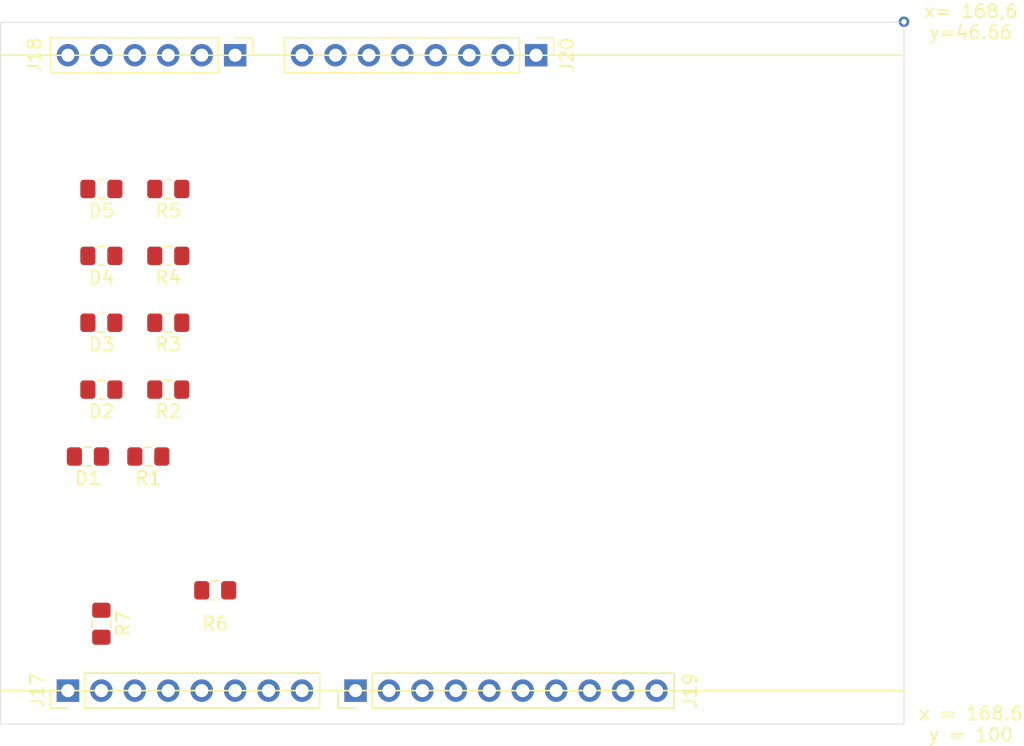
<source format=kicad_pcb>
(kicad_pcb (version 20171130) (host pcbnew "(5.1.5)-2")

  (general
    (thickness 1.6)
    (drawings 8)
    (tracks 1)
    (zones 0)
    (modules 16)
    (nets 36)
  )

  (page A4)
  (layers
    (0 F.Cu signal)
    (31 B.Cu signal)
    (32 B.Adhes user)
    (33 F.Adhes user)
    (34 B.Paste user)
    (35 F.Paste user)
    (36 B.SilkS user)
    (37 F.SilkS user)
    (38 B.Mask user)
    (39 F.Mask user)
    (40 Dwgs.User user)
    (41 Cmts.User user)
    (42 Eco1.User user)
    (43 Eco2.User user)
    (44 Edge.Cuts user)
    (45 Margin user)
    (46 B.CrtYd user hide)
    (47 F.CrtYd user hide)
    (48 B.Fab user hide)
    (49 F.Fab user hide)
  )

  (setup
    (last_trace_width 0.25)
    (trace_clearance 0.2)
    (zone_clearance 0.508)
    (zone_45_only no)
    (trace_min 0.2)
    (via_size 0.8)
    (via_drill 0.4)
    (via_min_size 0.4)
    (via_min_drill 0.3)
    (uvia_size 0.3)
    (uvia_drill 0.1)
    (uvias_allowed no)
    (uvia_min_size 0.2)
    (uvia_min_drill 0.1)
    (edge_width 0.05)
    (segment_width 0.2)
    (pcb_text_width 0.3)
    (pcb_text_size 1.5 1.5)
    (mod_edge_width 0.12)
    (mod_text_size 1 1)
    (mod_text_width 0.15)
    (pad_size 1.524 1.524)
    (pad_drill 0.762)
    (pad_to_mask_clearance 0.051)
    (solder_mask_min_width 0.25)
    (aux_axis_origin 0 0)
    (grid_origin 168.6 100)
    (visible_elements 7FFFFFFF)
    (pcbplotparams
      (layerselection 0x010fc_ffffffff)
      (usegerberextensions false)
      (usegerberattributes false)
      (usegerberadvancedattributes false)
      (creategerberjobfile false)
      (excludeedgelayer true)
      (linewidth 0.100000)
      (plotframeref false)
      (viasonmask false)
      (mode 1)
      (useauxorigin false)
      (hpglpennumber 1)
      (hpglpenspeed 20)
      (hpglpendiameter 15.000000)
      (psnegative false)
      (psa4output false)
      (plotreference true)
      (plotvalue true)
      (plotinvisibletext false)
      (padsonsilk false)
      (subtractmaskfromsilk false)
      (outputformat 1)
      (mirror false)
      (drillshape 1)
      (scaleselection 1)
      (outputdirectory ""))
  )

  (net 0 "")
  (net 1 SPI_LED_GPIO_AD_B0_09)
  (net 2 "Net-(D1-Pad1)")
  (net 3 I2C_LED_GPIO_AD_B0_07)
  (net 4 "Net-(D2-Pad1)")
  (net 5 SERIAL_LED_GPIO_AD_B0_06)
  (net 6 "Net-(D3-Pad1)")
  (net 7 TX_LED_GPIO_AD_B0_14)
  (net 8 "Net-(D4-Pad1)")
  (net 9 RX_LED_GPIO_AD_B1_06)
  (net 10 "Net-(D5-Pad1)")
  (net 11 "Net-(J17-Pad5)")
  (net 12 LPUART2_UARTTX_GPIO_AD_B1_08)
  (net 13 LPUART2_UARTRX_GPIO_AD_B1_09)
  (net 14 LPI2C1_SCL_GPIO_AD_B1_14)
  (net 15 LPI2C1_SDA_GPIO_AD_B1_15)
  (net 16 "Net-(J18-Pad4)")
  (net 17 "Net-(J18-Pad3)")
  (net 18 "Net-(J18-Pad2)")
  (net 19 "Net-(J18-Pad1)")
  (net 20 "Net-(J19-Pad10)")
  (net 21 "Net-(J19-Pad9)")
  (net 22 +3V3)
  (net 23 GND)
  (net 24 LPSPI_CLK_GPIO_AD_B0_10)
  (net 25 LPSPI_MISO_GPIO_AD_B0_13)
  (net 26 LPSPI_MOSI_GPIO_AD_B0_12)
  (net 27 LPSPI_CS_GPIO_AD_B0_11)
  (net 28 "Net-(J19-Pad2)")
  (net 29 "Net-(J19-Pad1)")
  (net 30 "Net-(J20-Pad8)")
  (net 31 "Net-(J20-Pad5)")
  (net 32 "Net-(J20-Pad3)")
  (net 33 "Net-(J20-Pad1)")
  (net 34 "Net-(R6-Pad1)")
  (net 35 "Net-(R7-Pad1)")

  (net_class Default "Questo è il gruppo di collegamenti predefinito"
    (clearance 0.2)
    (trace_width 0.25)
    (via_dia 0.8)
    (via_drill 0.4)
    (uvia_dia 0.3)
    (uvia_drill 0.1)
    (add_net +3V3)
    (add_net GND)
    (add_net I2C_LED_GPIO_AD_B0_07)
    (add_net LPI2C1_SCL_GPIO_AD_B1_14)
    (add_net LPI2C1_SDA_GPIO_AD_B1_15)
    (add_net LPSPI_CLK_GPIO_AD_B0_10)
    (add_net LPSPI_CS_GPIO_AD_B0_11)
    (add_net LPSPI_MISO_GPIO_AD_B0_13)
    (add_net LPSPI_MOSI_GPIO_AD_B0_12)
    (add_net LPUART2_UARTRX_GPIO_AD_B1_09)
    (add_net LPUART2_UARTTX_GPIO_AD_B1_08)
    (add_net "Net-(D1-Pad1)")
    (add_net "Net-(D2-Pad1)")
    (add_net "Net-(D3-Pad1)")
    (add_net "Net-(D4-Pad1)")
    (add_net "Net-(D5-Pad1)")
    (add_net "Net-(J17-Pad5)")
    (add_net "Net-(J18-Pad1)")
    (add_net "Net-(J18-Pad2)")
    (add_net "Net-(J18-Pad3)")
    (add_net "Net-(J18-Pad4)")
    (add_net "Net-(J19-Pad1)")
    (add_net "Net-(J19-Pad10)")
    (add_net "Net-(J19-Pad2)")
    (add_net "Net-(J19-Pad9)")
    (add_net "Net-(J20-Pad1)")
    (add_net "Net-(J20-Pad3)")
    (add_net "Net-(J20-Pad5)")
    (add_net "Net-(J20-Pad8)")
    (add_net "Net-(R6-Pad1)")
    (add_net "Net-(R7-Pad1)")
    (add_net RX_LED_GPIO_AD_B1_06)
    (add_net SERIAL_LED_GPIO_AD_B0_06)
    (add_net SPI_LED_GPIO_AD_B0_09)
    (add_net TX_LED_GPIO_AD_B0_14)
  )

  (module Resistor_SMD:R_0805_2012Metric_Pad1.15x1.40mm_HandSolder (layer F.Cu) (tedit 5B36C52B) (tstamp 608ECCA1)
    (at 107.64 92.38 270)
    (descr "Resistor SMD 0805 (2012 Metric), square (rectangular) end terminal, IPC_7351 nominal with elongated pad for handsoldering. (Body size source: https://docs.google.com/spreadsheets/d/1BsfQQcO9C6DZCsRaXUlFlo91Tg2WpOkGARC1WS5S8t0/edit?usp=sharing), generated with kicad-footprint-generator")
    (tags "resistor handsolder")
    (path /608EE109)
    (attr smd)
    (fp_text reference R7 (at 0 -1.65 90) (layer F.SilkS)
      (effects (font (size 1 1) (thickness 0.15)))
    )
    (fp_text value 100R (at 0 1.65 90) (layer F.Fab)
      (effects (font (size 1 1) (thickness 0.15)))
    )
    (fp_text user %R (at 0 0 90) (layer F.Fab)
      (effects (font (size 0.5 0.5) (thickness 0.08)))
    )
    (fp_line (start 1.85 0.95) (end -1.85 0.95) (layer F.CrtYd) (width 0.05))
    (fp_line (start 1.85 -0.95) (end 1.85 0.95) (layer F.CrtYd) (width 0.05))
    (fp_line (start -1.85 -0.95) (end 1.85 -0.95) (layer F.CrtYd) (width 0.05))
    (fp_line (start -1.85 0.95) (end -1.85 -0.95) (layer F.CrtYd) (width 0.05))
    (fp_line (start -0.261252 0.71) (end 0.261252 0.71) (layer F.SilkS) (width 0.12))
    (fp_line (start -0.261252 -0.71) (end 0.261252 -0.71) (layer F.SilkS) (width 0.12))
    (fp_line (start 1 0.6) (end -1 0.6) (layer F.Fab) (width 0.1))
    (fp_line (start 1 -0.6) (end 1 0.6) (layer F.Fab) (width 0.1))
    (fp_line (start -1 -0.6) (end 1 -0.6) (layer F.Fab) (width 0.1))
    (fp_line (start -1 0.6) (end -1 -0.6) (layer F.Fab) (width 0.1))
    (pad 2 smd roundrect (at 1.025 0 270) (size 1.15 1.4) (layers F.Cu F.Paste F.Mask) (roundrect_rratio 0.217391)
      (net 12 LPUART2_UARTTX_GPIO_AD_B1_08))
    (pad 1 smd roundrect (at -1.025 0 270) (size 1.15 1.4) (layers F.Cu F.Paste F.Mask) (roundrect_rratio 0.217391)
      (net 35 "Net-(R7-Pad1)"))
    (model ${KISYS3DMOD}/Resistor_SMD.3dshapes/R_0805_2012Metric.wrl
      (at (xyz 0 0 0))
      (scale (xyz 1 1 1))
      (rotate (xyz 0 0 0))
    )
  )

  (module Resistor_SMD:R_0805_2012Metric_Pad1.15x1.40mm_HandSolder (layer F.Cu) (tedit 5B36C52B) (tstamp 608ECC90)
    (at 116.285 89.84)
    (descr "Resistor SMD 0805 (2012 Metric), square (rectangular) end terminal, IPC_7351 nominal with elongated pad for handsoldering. (Body size source: https://docs.google.com/spreadsheets/d/1BsfQQcO9C6DZCsRaXUlFlo91Tg2WpOkGARC1WS5S8t0/edit?usp=sharing), generated with kicad-footprint-generator")
    (tags "resistor handsolder")
    (path /608EDB4E)
    (attr smd)
    (fp_text reference R6 (at 0 2.54) (layer F.SilkS)
      (effects (font (size 1 1) (thickness 0.15)))
    )
    (fp_text value 100R (at 0 1.65) (layer F.Fab)
      (effects (font (size 1 1) (thickness 0.15)))
    )
    (fp_text user %R (at 0 0) (layer F.Fab)
      (effects (font (size 0.5 0.5) (thickness 0.08)))
    )
    (fp_line (start 1.85 0.95) (end -1.85 0.95) (layer F.CrtYd) (width 0.05))
    (fp_line (start 1.85 -0.95) (end 1.85 0.95) (layer F.CrtYd) (width 0.05))
    (fp_line (start -1.85 -0.95) (end 1.85 -0.95) (layer F.CrtYd) (width 0.05))
    (fp_line (start -1.85 0.95) (end -1.85 -0.95) (layer F.CrtYd) (width 0.05))
    (fp_line (start -0.261252 0.71) (end 0.261252 0.71) (layer F.SilkS) (width 0.12))
    (fp_line (start -0.261252 -0.71) (end 0.261252 -0.71) (layer F.SilkS) (width 0.12))
    (fp_line (start 1 0.6) (end -1 0.6) (layer F.Fab) (width 0.1))
    (fp_line (start 1 -0.6) (end 1 0.6) (layer F.Fab) (width 0.1))
    (fp_line (start -1 -0.6) (end 1 -0.6) (layer F.Fab) (width 0.1))
    (fp_line (start -1 0.6) (end -1 -0.6) (layer F.Fab) (width 0.1))
    (pad 2 smd roundrect (at 1.025 0) (size 1.15 1.4) (layers F.Cu F.Paste F.Mask) (roundrect_rratio 0.217391)
      (net 12 LPUART2_UARTTX_GPIO_AD_B1_08))
    (pad 1 smd roundrect (at -1.025 0) (size 1.15 1.4) (layers F.Cu F.Paste F.Mask) (roundrect_rratio 0.217391)
      (net 34 "Net-(R6-Pad1)"))
    (model ${KISYS3DMOD}/Resistor_SMD.3dshapes/R_0805_2012Metric.wrl
      (at (xyz 0 0 0))
      (scale (xyz 1 1 1))
      (rotate (xyz 0 0 0))
    )
  )

  (module Resistor_SMD:R_0805_2012Metric_Pad1.15x1.40mm_HandSolder (layer F.Cu) (tedit 5B36C52B) (tstamp 608ECC7F)
    (at 112.72 59.36 180)
    (descr "Resistor SMD 0805 (2012 Metric), square (rectangular) end terminal, IPC_7351 nominal with elongated pad for handsoldering. (Body size source: https://docs.google.com/spreadsheets/d/1BsfQQcO9C6DZCsRaXUlFlo91Tg2WpOkGARC1WS5S8t0/edit?usp=sharing), generated with kicad-footprint-generator")
    (tags "resistor handsolder")
    (path /608EDBB4)
    (attr smd)
    (fp_text reference R5 (at 0 -1.65) (layer F.SilkS)
      (effects (font (size 1 1) (thickness 0.15)))
    )
    (fp_text value 1K (at 0 1.65) (layer F.Fab)
      (effects (font (size 1 1) (thickness 0.15)))
    )
    (fp_text user %R (at 0 0) (layer F.Fab)
      (effects (font (size 0.5 0.5) (thickness 0.08)))
    )
    (fp_line (start 1.85 0.95) (end -1.85 0.95) (layer F.CrtYd) (width 0.05))
    (fp_line (start 1.85 -0.95) (end 1.85 0.95) (layer F.CrtYd) (width 0.05))
    (fp_line (start -1.85 -0.95) (end 1.85 -0.95) (layer F.CrtYd) (width 0.05))
    (fp_line (start -1.85 0.95) (end -1.85 -0.95) (layer F.CrtYd) (width 0.05))
    (fp_line (start -0.261252 0.71) (end 0.261252 0.71) (layer F.SilkS) (width 0.12))
    (fp_line (start -0.261252 -0.71) (end 0.261252 -0.71) (layer F.SilkS) (width 0.12))
    (fp_line (start 1 0.6) (end -1 0.6) (layer F.Fab) (width 0.1))
    (fp_line (start 1 -0.6) (end 1 0.6) (layer F.Fab) (width 0.1))
    (fp_line (start -1 -0.6) (end 1 -0.6) (layer F.Fab) (width 0.1))
    (fp_line (start -1 0.6) (end -1 -0.6) (layer F.Fab) (width 0.1))
    (pad 2 smd roundrect (at 1.025 0 180) (size 1.15 1.4) (layers F.Cu F.Paste F.Mask) (roundrect_rratio 0.217391)
      (net 10 "Net-(D5-Pad1)"))
    (pad 1 smd roundrect (at -1.025 0 180) (size 1.15 1.4) (layers F.Cu F.Paste F.Mask) (roundrect_rratio 0.217391)
      (net 23 GND))
    (model ${KISYS3DMOD}/Resistor_SMD.3dshapes/R_0805_2012Metric.wrl
      (at (xyz 0 0 0))
      (scale (xyz 1 1 1))
      (rotate (xyz 0 0 0))
    )
  )

  (module Resistor_SMD:R_0805_2012Metric_Pad1.15x1.40mm_HandSolder (layer F.Cu) (tedit 5B36C52B) (tstamp 608ECC6E)
    (at 112.72 64.44 180)
    (descr "Resistor SMD 0805 (2012 Metric), square (rectangular) end terminal, IPC_7351 nominal with elongated pad for handsoldering. (Body size source: https://docs.google.com/spreadsheets/d/1BsfQQcO9C6DZCsRaXUlFlo91Tg2WpOkGARC1WS5S8t0/edit?usp=sharing), generated with kicad-footprint-generator")
    (tags "resistor handsolder")
    (path /608ED66C)
    (attr smd)
    (fp_text reference R4 (at 0 -1.65) (layer F.SilkS)
      (effects (font (size 1 1) (thickness 0.15)))
    )
    (fp_text value 1K (at 0 1.65) (layer F.Fab)
      (effects (font (size 1 1) (thickness 0.15)))
    )
    (fp_text user %R (at 0 0) (layer F.Fab)
      (effects (font (size 0.5 0.5) (thickness 0.08)))
    )
    (fp_line (start 1.85 0.95) (end -1.85 0.95) (layer F.CrtYd) (width 0.05))
    (fp_line (start 1.85 -0.95) (end 1.85 0.95) (layer F.CrtYd) (width 0.05))
    (fp_line (start -1.85 -0.95) (end 1.85 -0.95) (layer F.CrtYd) (width 0.05))
    (fp_line (start -1.85 0.95) (end -1.85 -0.95) (layer F.CrtYd) (width 0.05))
    (fp_line (start -0.261252 0.71) (end 0.261252 0.71) (layer F.SilkS) (width 0.12))
    (fp_line (start -0.261252 -0.71) (end 0.261252 -0.71) (layer F.SilkS) (width 0.12))
    (fp_line (start 1 0.6) (end -1 0.6) (layer F.Fab) (width 0.1))
    (fp_line (start 1 -0.6) (end 1 0.6) (layer F.Fab) (width 0.1))
    (fp_line (start -1 -0.6) (end 1 -0.6) (layer F.Fab) (width 0.1))
    (fp_line (start -1 0.6) (end -1 -0.6) (layer F.Fab) (width 0.1))
    (pad 2 smd roundrect (at 1.025 0 180) (size 1.15 1.4) (layers F.Cu F.Paste F.Mask) (roundrect_rratio 0.217391)
      (net 8 "Net-(D4-Pad1)"))
    (pad 1 smd roundrect (at -1.025 0 180) (size 1.15 1.4) (layers F.Cu F.Paste F.Mask) (roundrect_rratio 0.217391)
      (net 23 GND))
    (model ${KISYS3DMOD}/Resistor_SMD.3dshapes/R_0805_2012Metric.wrl
      (at (xyz 0 0 0))
      (scale (xyz 1 1 1))
      (rotate (xyz 0 0 0))
    )
  )

  (module Resistor_SMD:R_0805_2012Metric_Pad1.15x1.40mm_HandSolder (layer F.Cu) (tedit 5B36C52B) (tstamp 608ECC5D)
    (at 112.72 69.52 180)
    (descr "Resistor SMD 0805 (2012 Metric), square (rectangular) end terminal, IPC_7351 nominal with elongated pad for handsoldering. (Body size source: https://docs.google.com/spreadsheets/d/1BsfQQcO9C6DZCsRaXUlFlo91Tg2WpOkGARC1WS5S8t0/edit?usp=sharing), generated with kicad-footprint-generator")
    (tags "resistor handsolder")
    (path /608ED048)
    (attr smd)
    (fp_text reference R3 (at 0 -1.65) (layer F.SilkS)
      (effects (font (size 1 1) (thickness 0.15)))
    )
    (fp_text value 1K (at 0 1.65) (layer F.Fab)
      (effects (font (size 1 1) (thickness 0.15)))
    )
    (fp_text user %R (at 0 0) (layer F.Fab)
      (effects (font (size 0.5 0.5) (thickness 0.08)))
    )
    (fp_line (start 1.85 0.95) (end -1.85 0.95) (layer F.CrtYd) (width 0.05))
    (fp_line (start 1.85 -0.95) (end 1.85 0.95) (layer F.CrtYd) (width 0.05))
    (fp_line (start -1.85 -0.95) (end 1.85 -0.95) (layer F.CrtYd) (width 0.05))
    (fp_line (start -1.85 0.95) (end -1.85 -0.95) (layer F.CrtYd) (width 0.05))
    (fp_line (start -0.261252 0.71) (end 0.261252 0.71) (layer F.SilkS) (width 0.12))
    (fp_line (start -0.261252 -0.71) (end 0.261252 -0.71) (layer F.SilkS) (width 0.12))
    (fp_line (start 1 0.6) (end -1 0.6) (layer F.Fab) (width 0.1))
    (fp_line (start 1 -0.6) (end 1 0.6) (layer F.Fab) (width 0.1))
    (fp_line (start -1 -0.6) (end 1 -0.6) (layer F.Fab) (width 0.1))
    (fp_line (start -1 0.6) (end -1 -0.6) (layer F.Fab) (width 0.1))
    (pad 2 smd roundrect (at 1.025 0 180) (size 1.15 1.4) (layers F.Cu F.Paste F.Mask) (roundrect_rratio 0.217391)
      (net 6 "Net-(D3-Pad1)"))
    (pad 1 smd roundrect (at -1.025 0 180) (size 1.15 1.4) (layers F.Cu F.Paste F.Mask) (roundrect_rratio 0.217391)
      (net 23 GND))
    (model ${KISYS3DMOD}/Resistor_SMD.3dshapes/R_0805_2012Metric.wrl
      (at (xyz 0 0 0))
      (scale (xyz 1 1 1))
      (rotate (xyz 0 0 0))
    )
  )

  (module Resistor_SMD:R_0805_2012Metric_Pad1.15x1.40mm_HandSolder (layer F.Cu) (tedit 5B36C52B) (tstamp 608ECC4C)
    (at 112.72 74.6 180)
    (descr "Resistor SMD 0805 (2012 Metric), square (rectangular) end terminal, IPC_7351 nominal with elongated pad for handsoldering. (Body size source: https://docs.google.com/spreadsheets/d/1BsfQQcO9C6DZCsRaXUlFlo91Tg2WpOkGARC1WS5S8t0/edit?usp=sharing), generated with kicad-footprint-generator")
    (tags "resistor handsolder")
    (path /608ECB4C)
    (attr smd)
    (fp_text reference R2 (at 0 -1.65) (layer F.SilkS)
      (effects (font (size 1 1) (thickness 0.15)))
    )
    (fp_text value 1K (at 0 1.65) (layer F.Fab)
      (effects (font (size 1 1) (thickness 0.15)))
    )
    (fp_text user %R (at 0 0) (layer F.Fab)
      (effects (font (size 0.5 0.5) (thickness 0.08)))
    )
    (fp_line (start 1.85 0.95) (end -1.85 0.95) (layer F.CrtYd) (width 0.05))
    (fp_line (start 1.85 -0.95) (end 1.85 0.95) (layer F.CrtYd) (width 0.05))
    (fp_line (start -1.85 -0.95) (end 1.85 -0.95) (layer F.CrtYd) (width 0.05))
    (fp_line (start -1.85 0.95) (end -1.85 -0.95) (layer F.CrtYd) (width 0.05))
    (fp_line (start -0.261252 0.71) (end 0.261252 0.71) (layer F.SilkS) (width 0.12))
    (fp_line (start -0.261252 -0.71) (end 0.261252 -0.71) (layer F.SilkS) (width 0.12))
    (fp_line (start 1 0.6) (end -1 0.6) (layer F.Fab) (width 0.1))
    (fp_line (start 1 -0.6) (end 1 0.6) (layer F.Fab) (width 0.1))
    (fp_line (start -1 -0.6) (end 1 -0.6) (layer F.Fab) (width 0.1))
    (fp_line (start -1 0.6) (end -1 -0.6) (layer F.Fab) (width 0.1))
    (pad 2 smd roundrect (at 1.025 0 180) (size 1.15 1.4) (layers F.Cu F.Paste F.Mask) (roundrect_rratio 0.217391)
      (net 4 "Net-(D2-Pad1)"))
    (pad 1 smd roundrect (at -1.025 0 180) (size 1.15 1.4) (layers F.Cu F.Paste F.Mask) (roundrect_rratio 0.217391)
      (net 23 GND))
    (model ${KISYS3DMOD}/Resistor_SMD.3dshapes/R_0805_2012Metric.wrl
      (at (xyz 0 0 0))
      (scale (xyz 1 1 1))
      (rotate (xyz 0 0 0))
    )
  )

  (module Resistor_SMD:R_0805_2012Metric_Pad1.15x1.40mm_HandSolder (layer F.Cu) (tedit 5B36C52B) (tstamp 608ECC3B)
    (at 111.205 79.68 180)
    (descr "Resistor SMD 0805 (2012 Metric), square (rectangular) end terminal, IPC_7351 nominal with elongated pad for handsoldering. (Body size source: https://docs.google.com/spreadsheets/d/1BsfQQcO9C6DZCsRaXUlFlo91Tg2WpOkGARC1WS5S8t0/edit?usp=sharing), generated with kicad-footprint-generator")
    (tags "resistor handsolder")
    (path /608EC42F)
    (attr smd)
    (fp_text reference R1 (at 0 -1.65) (layer F.SilkS)
      (effects (font (size 1 1) (thickness 0.15)))
    )
    (fp_text value 1K (at 0 1.65) (layer F.Fab)
      (effects (font (size 1 1) (thickness 0.15)))
    )
    (fp_text user %R (at 0 0) (layer F.Fab)
      (effects (font (size 0.5 0.5) (thickness 0.08)))
    )
    (fp_line (start 1.85 0.95) (end -1.85 0.95) (layer F.CrtYd) (width 0.05))
    (fp_line (start 1.85 -0.95) (end 1.85 0.95) (layer F.CrtYd) (width 0.05))
    (fp_line (start -1.85 -0.95) (end 1.85 -0.95) (layer F.CrtYd) (width 0.05))
    (fp_line (start -1.85 0.95) (end -1.85 -0.95) (layer F.CrtYd) (width 0.05))
    (fp_line (start -0.261252 0.71) (end 0.261252 0.71) (layer F.SilkS) (width 0.12))
    (fp_line (start -0.261252 -0.71) (end 0.261252 -0.71) (layer F.SilkS) (width 0.12))
    (fp_line (start 1 0.6) (end -1 0.6) (layer F.Fab) (width 0.1))
    (fp_line (start 1 -0.6) (end 1 0.6) (layer F.Fab) (width 0.1))
    (fp_line (start -1 -0.6) (end 1 -0.6) (layer F.Fab) (width 0.1))
    (fp_line (start -1 0.6) (end -1 -0.6) (layer F.Fab) (width 0.1))
    (pad 2 smd roundrect (at 1.025 0 180) (size 1.15 1.4) (layers F.Cu F.Paste F.Mask) (roundrect_rratio 0.217391)
      (net 2 "Net-(D1-Pad1)"))
    (pad 1 smd roundrect (at -1.025 0 180) (size 1.15 1.4) (layers F.Cu F.Paste F.Mask) (roundrect_rratio 0.217391)
      (net 23 GND))
    (model ${KISYS3DMOD}/Resistor_SMD.3dshapes/R_0805_2012Metric.wrl
      (at (xyz 0 0 0))
      (scale (xyz 1 1 1))
      (rotate (xyz 0 0 0))
    )
  )

  (module Connector_PinHeader_2.54mm:PinHeader_1x08_P2.54mm_Vertical locked (layer F.Cu) (tedit 59FED5CC) (tstamp 608ECC2A)
    (at 140.66 49.2 270)
    (descr "Through hole straight pin header, 1x08, 2.54mm pitch, single row")
    (tags "Through hole pin header THT 1x08 2.54mm single row")
    (path /608D7A49)
    (fp_text reference J20 (at 0 -2.33 90) (layer F.SilkS)
      (effects (font (size 1 1) (thickness 0.15)))
    )
    (fp_text value Conn_01x08 (at 0 20.11 90) (layer F.Fab)
      (effects (font (size 1 1) (thickness 0.15)))
    )
    (fp_text user %R (at 0 8.89) (layer F.Fab)
      (effects (font (size 1 1) (thickness 0.15)))
    )
    (fp_line (start 1.8 -1.8) (end -1.8 -1.8) (layer F.CrtYd) (width 0.05))
    (fp_line (start 1.8 19.55) (end 1.8 -1.8) (layer F.CrtYd) (width 0.05))
    (fp_line (start -1.8 19.55) (end 1.8 19.55) (layer F.CrtYd) (width 0.05))
    (fp_line (start -1.8 -1.8) (end -1.8 19.55) (layer F.CrtYd) (width 0.05))
    (fp_line (start -1.33 -1.33) (end 0 -1.33) (layer F.SilkS) (width 0.12))
    (fp_line (start -1.33 0) (end -1.33 -1.33) (layer F.SilkS) (width 0.12))
    (fp_line (start -1.33 1.27) (end 1.33 1.27) (layer F.SilkS) (width 0.12))
    (fp_line (start 1.33 1.27) (end 1.33 19.11) (layer F.SilkS) (width 0.12))
    (fp_line (start -1.33 1.27) (end -1.33 19.11) (layer F.SilkS) (width 0.12))
    (fp_line (start -1.33 19.11) (end 1.33 19.11) (layer F.SilkS) (width 0.12))
    (fp_line (start -1.27 -0.635) (end -0.635 -1.27) (layer F.Fab) (width 0.1))
    (fp_line (start -1.27 19.05) (end -1.27 -0.635) (layer F.Fab) (width 0.1))
    (fp_line (start 1.27 19.05) (end -1.27 19.05) (layer F.Fab) (width 0.1))
    (fp_line (start 1.27 -1.27) (end 1.27 19.05) (layer F.Fab) (width 0.1))
    (fp_line (start -0.635 -1.27) (end 1.27 -1.27) (layer F.Fab) (width 0.1))
    (pad 8 thru_hole oval (at 0 17.78 270) (size 1.7 1.7) (drill 1) (layers *.Cu *.Mask)
      (net 30 "Net-(J20-Pad8)"))
    (pad 7 thru_hole oval (at 0 15.24 270) (size 1.7 1.7) (drill 1) (layers *.Cu *.Mask)
      (net 23 GND))
    (pad 6 thru_hole oval (at 0 12.7 270) (size 1.7 1.7) (drill 1) (layers *.Cu *.Mask)
      (net 23 GND))
    (pad 5 thru_hole oval (at 0 10.16 270) (size 1.7 1.7) (drill 1) (layers *.Cu *.Mask)
      (net 31 "Net-(J20-Pad5)"))
    (pad 4 thru_hole oval (at 0 7.62 270) (size 1.7 1.7) (drill 1) (layers *.Cu *.Mask)
      (net 22 +3V3))
    (pad 3 thru_hole oval (at 0 5.08 270) (size 1.7 1.7) (drill 1) (layers *.Cu *.Mask)
      (net 32 "Net-(J20-Pad3)"))
    (pad 2 thru_hole oval (at 0 2.54 270) (size 1.7 1.7) (drill 1) (layers *.Cu *.Mask)
      (net 22 +3V3))
    (pad 1 thru_hole rect (at 0 0 270) (size 1.7 1.7) (drill 1) (layers *.Cu *.Mask)
      (net 33 "Net-(J20-Pad1)"))
    (model ${KISYS3DMOD}/Connector_PinHeader_2.54mm.3dshapes/PinHeader_1x08_P2.54mm_Vertical.wrl
      (at (xyz 0 0 0))
      (scale (xyz 1 1 1))
      (rotate (xyz 0 0 0))
    )
  )

  (module Connector_PinHeader_2.54mm:PinHeader_1x10_P2.54mm_Vertical locked (layer F.Cu) (tedit 59FED5CC) (tstamp 608ECC0E)
    (at 126.944 97.46 90)
    (descr "Through hole straight pin header, 1x10, 2.54mm pitch, single row")
    (tags "Through hole pin header THT 1x10 2.54mm single row")
    (path /608D662F)
    (fp_text reference J19 (at 0 25.4 90) (layer F.SilkS)
      (effects (font (size 1 1) (thickness 0.15)))
    )
    (fp_text value Conn_01x10 (at 0 25.19 90) (layer F.Fab)
      (effects (font (size 1 1) (thickness 0.15)))
    )
    (fp_text user %R (at 0 11.43) (layer F.Fab)
      (effects (font (size 1 1) (thickness 0.15)))
    )
    (fp_line (start 1.8 -1.8) (end -1.8 -1.8) (layer F.CrtYd) (width 0.05))
    (fp_line (start 1.8 24.65) (end 1.8 -1.8) (layer F.CrtYd) (width 0.05))
    (fp_line (start -1.8 24.65) (end 1.8 24.65) (layer F.CrtYd) (width 0.05))
    (fp_line (start -1.8 -1.8) (end -1.8 24.65) (layer F.CrtYd) (width 0.05))
    (fp_line (start -1.33 -1.33) (end 0 -1.33) (layer F.SilkS) (width 0.12))
    (fp_line (start -1.33 0) (end -1.33 -1.33) (layer F.SilkS) (width 0.12))
    (fp_line (start -1.33 1.27) (end 1.33 1.27) (layer F.SilkS) (width 0.12))
    (fp_line (start 1.33 1.27) (end 1.33 24.19) (layer F.SilkS) (width 0.12))
    (fp_line (start -1.33 1.27) (end -1.33 24.19) (layer F.SilkS) (width 0.12))
    (fp_line (start -1.33 24.19) (end 1.33 24.19) (layer F.SilkS) (width 0.12))
    (fp_line (start -1.27 -0.635) (end -0.635 -1.27) (layer F.Fab) (width 0.1))
    (fp_line (start -1.27 24.13) (end -1.27 -0.635) (layer F.Fab) (width 0.1))
    (fp_line (start 1.27 24.13) (end -1.27 24.13) (layer F.Fab) (width 0.1))
    (fp_line (start 1.27 -1.27) (end 1.27 24.13) (layer F.Fab) (width 0.1))
    (fp_line (start -0.635 -1.27) (end 1.27 -1.27) (layer F.Fab) (width 0.1))
    (pad 10 thru_hole oval (at 0 22.86 90) (size 1.7 1.7) (drill 1) (layers *.Cu *.Mask)
      (net 20 "Net-(J19-Pad10)"))
    (pad 9 thru_hole oval (at 0 20.32 90) (size 1.7 1.7) (drill 1) (layers *.Cu *.Mask)
      (net 21 "Net-(J19-Pad9)"))
    (pad 8 thru_hole oval (at 0 17.78 90) (size 1.7 1.7) (drill 1) (layers *.Cu *.Mask)
      (net 22 +3V3))
    (pad 7 thru_hole oval (at 0 15.24 90) (size 1.7 1.7) (drill 1) (layers *.Cu *.Mask)
      (net 23 GND))
    (pad 6 thru_hole oval (at 0 12.7 90) (size 1.7 1.7) (drill 1) (layers *.Cu *.Mask)
      (net 24 LPSPI_CLK_GPIO_AD_B0_10))
    (pad 5 thru_hole oval (at 0 10.16 90) (size 1.7 1.7) (drill 1) (layers *.Cu *.Mask)
      (net 25 LPSPI_MISO_GPIO_AD_B0_13))
    (pad 4 thru_hole oval (at 0 7.62 90) (size 1.7 1.7) (drill 1) (layers *.Cu *.Mask)
      (net 26 LPSPI_MOSI_GPIO_AD_B0_12))
    (pad 3 thru_hole oval (at 0 5.08 90) (size 1.7 1.7) (drill 1) (layers *.Cu *.Mask)
      (net 27 LPSPI_CS_GPIO_AD_B0_11))
    (pad 2 thru_hole oval (at 0 2.54 90) (size 1.7 1.7) (drill 1) (layers *.Cu *.Mask)
      (net 28 "Net-(J19-Pad2)"))
    (pad 1 thru_hole rect (at 0 0 90) (size 1.7 1.7) (drill 1) (layers *.Cu *.Mask)
      (net 29 "Net-(J19-Pad1)"))
    (model ${KISYS3DMOD}/Connector_PinHeader_2.54mm.3dshapes/PinHeader_1x10_P2.54mm_Vertical.wrl
      (at (xyz 0 0 0))
      (scale (xyz 1 1 1))
      (rotate (xyz 0 0 0))
    )
  )

  (module Connector_PinHeader_2.54mm:PinHeader_1x06_P2.54mm_Vertical locked (layer F.Cu) (tedit 59FED5CC) (tstamp 608ECBF0)
    (at 117.8 49.2 270)
    (descr "Through hole straight pin header, 1x06, 2.54mm pitch, single row")
    (tags "Through hole pin header THT 1x06 2.54mm single row")
    (path /608D6E62)
    (fp_text reference J18 (at 0 15.24 90) (layer F.SilkS)
      (effects (font (size 1 1) (thickness 0.15)))
    )
    (fp_text value Conn_01x06 (at 0 15.03 90) (layer F.Fab)
      (effects (font (size 1 1) (thickness 0.15)))
    )
    (fp_text user %R (at 0 6.35) (layer F.Fab)
      (effects (font (size 1 1) (thickness 0.15)))
    )
    (fp_line (start 1.8 -1.8) (end -1.8 -1.8) (layer F.CrtYd) (width 0.05))
    (fp_line (start 1.8 14.5) (end 1.8 -1.8) (layer F.CrtYd) (width 0.05))
    (fp_line (start -1.8 14.5) (end 1.8 14.5) (layer F.CrtYd) (width 0.05))
    (fp_line (start -1.8 -1.8) (end -1.8 14.5) (layer F.CrtYd) (width 0.05))
    (fp_line (start -1.33 -1.33) (end 0 -1.33) (layer F.SilkS) (width 0.12))
    (fp_line (start -1.33 0) (end -1.33 -1.33) (layer F.SilkS) (width 0.12))
    (fp_line (start -1.33 1.27) (end 1.33 1.27) (layer F.SilkS) (width 0.12))
    (fp_line (start 1.33 1.27) (end 1.33 14.03) (layer F.SilkS) (width 0.12))
    (fp_line (start -1.33 1.27) (end -1.33 14.03) (layer F.SilkS) (width 0.12))
    (fp_line (start -1.33 14.03) (end 1.33 14.03) (layer F.SilkS) (width 0.12))
    (fp_line (start -1.27 -0.635) (end -0.635 -1.27) (layer F.Fab) (width 0.1))
    (fp_line (start -1.27 13.97) (end -1.27 -0.635) (layer F.Fab) (width 0.1))
    (fp_line (start 1.27 13.97) (end -1.27 13.97) (layer F.Fab) (width 0.1))
    (fp_line (start 1.27 -1.27) (end 1.27 13.97) (layer F.Fab) (width 0.1))
    (fp_line (start -0.635 -1.27) (end 1.27 -1.27) (layer F.Fab) (width 0.1))
    (pad 6 thru_hole oval (at 0 12.7 270) (size 1.7 1.7) (drill 1) (layers *.Cu *.Mask)
      (net 14 LPI2C1_SCL_GPIO_AD_B1_14))
    (pad 5 thru_hole oval (at 0 10.16 270) (size 1.7 1.7) (drill 1) (layers *.Cu *.Mask)
      (net 15 LPI2C1_SDA_GPIO_AD_B1_15))
    (pad 4 thru_hole oval (at 0 7.62 270) (size 1.7 1.7) (drill 1) (layers *.Cu *.Mask)
      (net 16 "Net-(J18-Pad4)"))
    (pad 3 thru_hole oval (at 0 5.08 270) (size 1.7 1.7) (drill 1) (layers *.Cu *.Mask)
      (net 17 "Net-(J18-Pad3)"))
    (pad 2 thru_hole oval (at 0 2.54 270) (size 1.7 1.7) (drill 1) (layers *.Cu *.Mask)
      (net 18 "Net-(J18-Pad2)"))
    (pad 1 thru_hole rect (at 0 0 270) (size 1.7 1.7) (drill 1) (layers *.Cu *.Mask)
      (net 19 "Net-(J18-Pad1)"))
    (model ${KISYS3DMOD}/Connector_PinHeader_2.54mm.3dshapes/PinHeader_1x06_P2.54mm_Vertical.wrl
      (at (xyz 0 0 0))
      (scale (xyz 1 1 1))
      (rotate (xyz 0 0 0))
    )
  )

  (module Connector_PinHeader_2.54mm:PinHeader_1x08_P2.54mm_Vertical locked (layer F.Cu) (tedit 59FED5CC) (tstamp 608ECBD6)
    (at 105.1 97.46 90)
    (descr "Through hole straight pin header, 1x08, 2.54mm pitch, single row")
    (tags "Through hole pin header THT 1x08 2.54mm single row")
    (path /608D4AFA)
    (fp_text reference J17 (at 0 -2.33 90) (layer F.SilkS)
      (effects (font (size 1 1) (thickness 0.15)))
    )
    (fp_text value Conn_01x08 (at 0 20.11 90) (layer F.Fab)
      (effects (font (size 1 1) (thickness 0.15)))
    )
    (fp_text user %R (at 0 8.89) (layer F.Fab)
      (effects (font (size 1 1) (thickness 0.15)))
    )
    (fp_line (start 1.8 -1.8) (end -1.8 -1.8) (layer F.CrtYd) (width 0.05))
    (fp_line (start 1.8 19.55) (end 1.8 -1.8) (layer F.CrtYd) (width 0.05))
    (fp_line (start -1.8 19.55) (end 1.8 19.55) (layer F.CrtYd) (width 0.05))
    (fp_line (start -1.8 -1.8) (end -1.8 19.55) (layer F.CrtYd) (width 0.05))
    (fp_line (start -1.33 -1.33) (end 0 -1.33) (layer F.SilkS) (width 0.12))
    (fp_line (start -1.33 0) (end -1.33 -1.33) (layer F.SilkS) (width 0.12))
    (fp_line (start -1.33 1.27) (end 1.33 1.27) (layer F.SilkS) (width 0.12))
    (fp_line (start 1.33 1.27) (end 1.33 19.11) (layer F.SilkS) (width 0.12))
    (fp_line (start -1.33 1.27) (end -1.33 19.11) (layer F.SilkS) (width 0.12))
    (fp_line (start -1.33 19.11) (end 1.33 19.11) (layer F.SilkS) (width 0.12))
    (fp_line (start -1.27 -0.635) (end -0.635 -1.27) (layer F.Fab) (width 0.1))
    (fp_line (start -1.27 19.05) (end -1.27 -0.635) (layer F.Fab) (width 0.1))
    (fp_line (start 1.27 19.05) (end -1.27 19.05) (layer F.Fab) (width 0.1))
    (fp_line (start 1.27 -1.27) (end 1.27 19.05) (layer F.Fab) (width 0.1))
    (fp_line (start -0.635 -1.27) (end 1.27 -1.27) (layer F.Fab) (width 0.1))
    (pad 8 thru_hole oval (at 0 17.78 90) (size 1.7 1.7) (drill 1) (layers *.Cu *.Mask)
      (net 9 RX_LED_GPIO_AD_B1_06))
    (pad 7 thru_hole oval (at 0 15.24 90) (size 1.7 1.7) (drill 1) (layers *.Cu *.Mask)
      (net 7 TX_LED_GPIO_AD_B0_14))
    (pad 6 thru_hole oval (at 0 12.7 90) (size 1.7 1.7) (drill 1) (layers *.Cu *.Mask)
      (net 5 SERIAL_LED_GPIO_AD_B0_06))
    (pad 5 thru_hole oval (at 0 10.16 90) (size 1.7 1.7) (drill 1) (layers *.Cu *.Mask)
      (net 11 "Net-(J17-Pad5)"))
    (pad 4 thru_hole oval (at 0 7.62 90) (size 1.7 1.7) (drill 1) (layers *.Cu *.Mask)
      (net 3 I2C_LED_GPIO_AD_B0_07))
    (pad 3 thru_hole oval (at 0 5.08 90) (size 1.7 1.7) (drill 1) (layers *.Cu *.Mask)
      (net 1 SPI_LED_GPIO_AD_B0_09))
    (pad 2 thru_hole oval (at 0 2.54 90) (size 1.7 1.7) (drill 1) (layers *.Cu *.Mask)
      (net 12 LPUART2_UARTTX_GPIO_AD_B1_08))
    (pad 1 thru_hole rect (at 0 0 90) (size 1.7 1.7) (drill 1) (layers *.Cu *.Mask)
      (net 13 LPUART2_UARTRX_GPIO_AD_B1_09))
    (model ${KISYS3DMOD}/Connector_PinHeader_2.54mm.3dshapes/PinHeader_1x08_P2.54mm_Vertical.wrl
      (at (xyz 0 0 0))
      (scale (xyz 1 1 1))
      (rotate (xyz 0 0 0))
    )
  )

  (module Resistor_SMD:R_0805_2012Metric_Pad1.15x1.40mm_HandSolder (layer F.Cu) (tedit 5B36C52B) (tstamp 608ECBBA)
    (at 107.64 59.36 180)
    (descr "Resistor SMD 0805 (2012 Metric), square (rectangular) end terminal, IPC_7351 nominal with elongated pad for handsoldering. (Body size source: https://docs.google.com/spreadsheets/d/1BsfQQcO9C6DZCsRaXUlFlo91Tg2WpOkGARC1WS5S8t0/edit?usp=sharing), generated with kicad-footprint-generator")
    (tags "resistor handsolder")
    (path /608EBC93)
    (attr smd)
    (fp_text reference D5 (at 0 -1.65) (layer F.SilkS)
      (effects (font (size 1 1) (thickness 0.15)))
    )
    (fp_text value RX_LED (at 0 1.65) (layer F.Fab)
      (effects (font (size 1 1) (thickness 0.15)))
    )
    (fp_text user %R (at 0 0) (layer F.Fab)
      (effects (font (size 0.5 0.5) (thickness 0.08)))
    )
    (fp_line (start 1.85 0.95) (end -1.85 0.95) (layer F.CrtYd) (width 0.05))
    (fp_line (start 1.85 -0.95) (end 1.85 0.95) (layer F.CrtYd) (width 0.05))
    (fp_line (start -1.85 -0.95) (end 1.85 -0.95) (layer F.CrtYd) (width 0.05))
    (fp_line (start -1.85 0.95) (end -1.85 -0.95) (layer F.CrtYd) (width 0.05))
    (fp_line (start -0.261252 0.71) (end 0.261252 0.71) (layer F.SilkS) (width 0.12))
    (fp_line (start -0.261252 -0.71) (end 0.261252 -0.71) (layer F.SilkS) (width 0.12))
    (fp_line (start 1 0.6) (end -1 0.6) (layer F.Fab) (width 0.1))
    (fp_line (start 1 -0.6) (end 1 0.6) (layer F.Fab) (width 0.1))
    (fp_line (start -1 -0.6) (end 1 -0.6) (layer F.Fab) (width 0.1))
    (fp_line (start -1 0.6) (end -1 -0.6) (layer F.Fab) (width 0.1))
    (pad 2 smd roundrect (at 1.025 0 180) (size 1.15 1.4) (layers F.Cu F.Paste F.Mask) (roundrect_rratio 0.217391)
      (net 9 RX_LED_GPIO_AD_B1_06))
    (pad 1 smd roundrect (at -1.025 0 180) (size 1.15 1.4) (layers F.Cu F.Paste F.Mask) (roundrect_rratio 0.217391)
      (net 10 "Net-(D5-Pad1)"))
    (model ${KISYS3DMOD}/Resistor_SMD.3dshapes/R_0805_2012Metric.wrl
      (at (xyz 0 0 0))
      (scale (xyz 1 1 1))
      (rotate (xyz 0 0 0))
    )
  )

  (module Resistor_SMD:R_0805_2012Metric_Pad1.15x1.40mm_HandSolder (layer F.Cu) (tedit 5B36C52B) (tstamp 608ECBA9)
    (at 107.64 64.44 180)
    (descr "Resistor SMD 0805 (2012 Metric), square (rectangular) end terminal, IPC_7351 nominal with elongated pad for handsoldering. (Body size source: https://docs.google.com/spreadsheets/d/1BsfQQcO9C6DZCsRaXUlFlo91Tg2WpOkGARC1WS5S8t0/edit?usp=sharing), generated with kicad-footprint-generator")
    (tags "resistor handsolder")
    (path /608E7995)
    (attr smd)
    (fp_text reference D4 (at 0 -1.65) (layer F.SilkS)
      (effects (font (size 1 1) (thickness 0.15)))
    )
    (fp_text value TX_LED (at 0 1.65) (layer F.Fab)
      (effects (font (size 1 1) (thickness 0.15)))
    )
    (fp_text user %R (at 0 0) (layer F.Fab)
      (effects (font (size 0.5 0.5) (thickness 0.08)))
    )
    (fp_line (start 1.85 0.95) (end -1.85 0.95) (layer F.CrtYd) (width 0.05))
    (fp_line (start 1.85 -0.95) (end 1.85 0.95) (layer F.CrtYd) (width 0.05))
    (fp_line (start -1.85 -0.95) (end 1.85 -0.95) (layer F.CrtYd) (width 0.05))
    (fp_line (start -1.85 0.95) (end -1.85 -0.95) (layer F.CrtYd) (width 0.05))
    (fp_line (start -0.261252 0.71) (end 0.261252 0.71) (layer F.SilkS) (width 0.12))
    (fp_line (start -0.261252 -0.71) (end 0.261252 -0.71) (layer F.SilkS) (width 0.12))
    (fp_line (start 1 0.6) (end -1 0.6) (layer F.Fab) (width 0.1))
    (fp_line (start 1 -0.6) (end 1 0.6) (layer F.Fab) (width 0.1))
    (fp_line (start -1 -0.6) (end 1 -0.6) (layer F.Fab) (width 0.1))
    (fp_line (start -1 0.6) (end -1 -0.6) (layer F.Fab) (width 0.1))
    (pad 2 smd roundrect (at 1.025 0 180) (size 1.15 1.4) (layers F.Cu F.Paste F.Mask) (roundrect_rratio 0.217391)
      (net 7 TX_LED_GPIO_AD_B0_14))
    (pad 1 smd roundrect (at -1.025 0 180) (size 1.15 1.4) (layers F.Cu F.Paste F.Mask) (roundrect_rratio 0.217391)
      (net 8 "Net-(D4-Pad1)"))
    (model ${KISYS3DMOD}/Resistor_SMD.3dshapes/R_0805_2012Metric.wrl
      (at (xyz 0 0 0))
      (scale (xyz 1 1 1))
      (rotate (xyz 0 0 0))
    )
  )

  (module Resistor_SMD:R_0805_2012Metric_Pad1.15x1.40mm_HandSolder (layer F.Cu) (tedit 5B36C52B) (tstamp 608ECB98)
    (at 107.64 69.52 180)
    (descr "Resistor SMD 0805 (2012 Metric), square (rectangular) end terminal, IPC_7351 nominal with elongated pad for handsoldering. (Body size source: https://docs.google.com/spreadsheets/d/1BsfQQcO9C6DZCsRaXUlFlo91Tg2WpOkGARC1WS5S8t0/edit?usp=sharing), generated with kicad-footprint-generator")
    (tags "resistor handsolder")
    (path /608E758A)
    (attr smd)
    (fp_text reference D3 (at 0 -1.65) (layer F.SilkS)
      (effects (font (size 1 1) (thickness 0.15)))
    )
    (fp_text value SER_LED (at 0 1.65) (layer F.Fab)
      (effects (font (size 1 1) (thickness 0.15)))
    )
    (fp_text user %R (at 0 0) (layer F.Fab)
      (effects (font (size 0.5 0.5) (thickness 0.08)))
    )
    (fp_line (start 1.85 0.95) (end -1.85 0.95) (layer F.CrtYd) (width 0.05))
    (fp_line (start 1.85 -0.95) (end 1.85 0.95) (layer F.CrtYd) (width 0.05))
    (fp_line (start -1.85 -0.95) (end 1.85 -0.95) (layer F.CrtYd) (width 0.05))
    (fp_line (start -1.85 0.95) (end -1.85 -0.95) (layer F.CrtYd) (width 0.05))
    (fp_line (start -0.261252 0.71) (end 0.261252 0.71) (layer F.SilkS) (width 0.12))
    (fp_line (start -0.261252 -0.71) (end 0.261252 -0.71) (layer F.SilkS) (width 0.12))
    (fp_line (start 1 0.6) (end -1 0.6) (layer F.Fab) (width 0.1))
    (fp_line (start 1 -0.6) (end 1 0.6) (layer F.Fab) (width 0.1))
    (fp_line (start -1 -0.6) (end 1 -0.6) (layer F.Fab) (width 0.1))
    (fp_line (start -1 0.6) (end -1 -0.6) (layer F.Fab) (width 0.1))
    (pad 2 smd roundrect (at 1.025 0 180) (size 1.15 1.4) (layers F.Cu F.Paste F.Mask) (roundrect_rratio 0.217391)
      (net 5 SERIAL_LED_GPIO_AD_B0_06))
    (pad 1 smd roundrect (at -1.025 0 180) (size 1.15 1.4) (layers F.Cu F.Paste F.Mask) (roundrect_rratio 0.217391)
      (net 6 "Net-(D3-Pad1)"))
    (model ${KISYS3DMOD}/Resistor_SMD.3dshapes/R_0805_2012Metric.wrl
      (at (xyz 0 0 0))
      (scale (xyz 1 1 1))
      (rotate (xyz 0 0 0))
    )
  )

  (module Resistor_SMD:R_0805_2012Metric_Pad1.15x1.40mm_HandSolder (layer F.Cu) (tedit 5B36C52B) (tstamp 608ECB87)
    (at 107.64 74.6 180)
    (descr "Resistor SMD 0805 (2012 Metric), square (rectangular) end terminal, IPC_7351 nominal with elongated pad for handsoldering. (Body size source: https://docs.google.com/spreadsheets/d/1BsfQQcO9C6DZCsRaXUlFlo91Tg2WpOkGARC1WS5S8t0/edit?usp=sharing), generated with kicad-footprint-generator")
    (tags "resistor handsolder")
    (path /608E705F)
    (attr smd)
    (fp_text reference D2 (at 0 -1.65) (layer F.SilkS)
      (effects (font (size 1 1) (thickness 0.15)))
    )
    (fp_text value I2C_LED (at 0 1.65) (layer F.Fab)
      (effects (font (size 1 1) (thickness 0.15)))
    )
    (fp_text user %R (at 0 0) (layer F.Fab)
      (effects (font (size 0.5 0.5) (thickness 0.08)))
    )
    (fp_line (start 1.85 0.95) (end -1.85 0.95) (layer F.CrtYd) (width 0.05))
    (fp_line (start 1.85 -0.95) (end 1.85 0.95) (layer F.CrtYd) (width 0.05))
    (fp_line (start -1.85 -0.95) (end 1.85 -0.95) (layer F.CrtYd) (width 0.05))
    (fp_line (start -1.85 0.95) (end -1.85 -0.95) (layer F.CrtYd) (width 0.05))
    (fp_line (start -0.261252 0.71) (end 0.261252 0.71) (layer F.SilkS) (width 0.12))
    (fp_line (start -0.261252 -0.71) (end 0.261252 -0.71) (layer F.SilkS) (width 0.12))
    (fp_line (start 1 0.6) (end -1 0.6) (layer F.Fab) (width 0.1))
    (fp_line (start 1 -0.6) (end 1 0.6) (layer F.Fab) (width 0.1))
    (fp_line (start -1 -0.6) (end 1 -0.6) (layer F.Fab) (width 0.1))
    (fp_line (start -1 0.6) (end -1 -0.6) (layer F.Fab) (width 0.1))
    (pad 2 smd roundrect (at 1.025 0 180) (size 1.15 1.4) (layers F.Cu F.Paste F.Mask) (roundrect_rratio 0.217391)
      (net 3 I2C_LED_GPIO_AD_B0_07))
    (pad 1 smd roundrect (at -1.025 0 180) (size 1.15 1.4) (layers F.Cu F.Paste F.Mask) (roundrect_rratio 0.217391)
      (net 4 "Net-(D2-Pad1)"))
    (model ${KISYS3DMOD}/Resistor_SMD.3dshapes/R_0805_2012Metric.wrl
      (at (xyz 0 0 0))
      (scale (xyz 1 1 1))
      (rotate (xyz 0 0 0))
    )
  )

  (module Resistor_SMD:R_0805_2012Metric_Pad1.15x1.40mm_HandSolder (layer F.Cu) (tedit 5B36C52B) (tstamp 608ECB76)
    (at 106.615 79.68 180)
    (descr "Resistor SMD 0805 (2012 Metric), square (rectangular) end terminal, IPC_7351 nominal with elongated pad for handsoldering. (Body size source: https://docs.google.com/spreadsheets/d/1BsfQQcO9C6DZCsRaXUlFlo91Tg2WpOkGARC1WS5S8t0/edit?usp=sharing), generated with kicad-footprint-generator")
    (tags "resistor handsolder")
    (path /608E57C3)
    (attr smd)
    (fp_text reference D1 (at 0 -1.65) (layer F.SilkS)
      (effects (font (size 1 1) (thickness 0.15)))
    )
    (fp_text value SPI_LED (at 0 1.65) (layer F.Fab)
      (effects (font (size 1 1) (thickness 0.15)))
    )
    (fp_text user %R (at 0 0) (layer F.Fab)
      (effects (font (size 0.5 0.5) (thickness 0.08)))
    )
    (fp_line (start 1.85 0.95) (end -1.85 0.95) (layer F.CrtYd) (width 0.05))
    (fp_line (start 1.85 -0.95) (end 1.85 0.95) (layer F.CrtYd) (width 0.05))
    (fp_line (start -1.85 -0.95) (end 1.85 -0.95) (layer F.CrtYd) (width 0.05))
    (fp_line (start -1.85 0.95) (end -1.85 -0.95) (layer F.CrtYd) (width 0.05))
    (fp_line (start -0.261252 0.71) (end 0.261252 0.71) (layer F.SilkS) (width 0.12))
    (fp_line (start -0.261252 -0.71) (end 0.261252 -0.71) (layer F.SilkS) (width 0.12))
    (fp_line (start 1 0.6) (end -1 0.6) (layer F.Fab) (width 0.1))
    (fp_line (start 1 -0.6) (end 1 0.6) (layer F.Fab) (width 0.1))
    (fp_line (start -1 -0.6) (end 1 -0.6) (layer F.Fab) (width 0.1))
    (fp_line (start -1 0.6) (end -1 -0.6) (layer F.Fab) (width 0.1))
    (pad 2 smd roundrect (at 1.025 0 180) (size 1.15 1.4) (layers F.Cu F.Paste F.Mask) (roundrect_rratio 0.217391)
      (net 1 SPI_LED_GPIO_AD_B0_09))
    (pad 1 smd roundrect (at -1.025 0 180) (size 1.15 1.4) (layers F.Cu F.Paste F.Mask) (roundrect_rratio 0.217391)
      (net 2 "Net-(D1-Pad1)"))
    (model ${KISYS3DMOD}/Resistor_SMD.3dshapes/R_0805_2012Metric.wrl
      (at (xyz 0 0 0))
      (scale (xyz 1 1 1))
      (rotate (xyz 0 0 0))
    )
  )

  (gr_text "x= 168,6\ny=46.66" (at 173.68 46.66) (layer F.SilkS)
    (effects (font (size 1 1) (thickness 0.15)))
  )
  (gr_text "x = 168.6\ny = 100" (at 173.68 100) (layer F.SilkS)
    (effects (font (size 1 1) (thickness 0.15)))
  )
  (gr_line (start 100 49.2) (end 168.58 49.2) (layer F.SilkS) (width 0.12))
  (gr_line (start 100 97.46) (end 168.58 97.46) (layer F.SilkS) (width 0.12))
  (gr_line (start 100 46.7) (end 168.6 46.7) (layer Edge.Cuts) (width 0.05) (tstamp 608EDA3F))
  (gr_line (start 168.6 100) (end 168.6 46.7) (layer Edge.Cuts) (width 0.05))
  (gr_line (start 100 100) (end 100 46.7) (layer Edge.Cuts) (width 0.05))
  (gr_line (start 100 100) (end 168.6 100) (layer Edge.Cuts) (width 0.05))

  (via (at 168.6 46.66) (size 0.8) (drill 0.4) (layers F.Cu B.Cu) (net 0))

)

</source>
